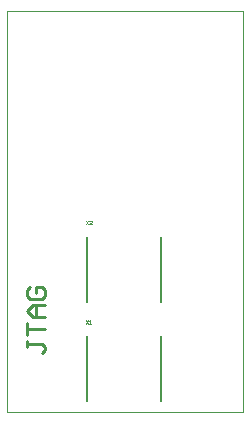
<source format=gto>
G04*
G04 #@! TF.GenerationSoftware,Altium Limited,Altium Designer,22.2.1 (43)*
G04*
G04 Layer_Color=65535*
%FSLAX42Y42*%
%MOMM*%
G71*
G04*
G04 #@! TF.SameCoordinates,DB8E118B-81D3-46FB-BB3D-5E7861096478*
G04*
G04*
G04 #@! TF.FilePolarity,Positive*
G04*
G01*
G75*
%ADD10C,0.20*%
%ADD11C,0.25*%
%ADD12C,0.05*%
%ADD13C,0.10*%
D10*
X1312Y935D02*
Y1485D01*
X678Y935D02*
Y1485D01*
X1312Y95D02*
Y645D01*
X678Y95D02*
Y645D01*
D11*
X172Y607D02*
Y556D01*
Y582D01*
X299D01*
X325Y556D01*
Y531D01*
X299Y505D01*
X172Y658D02*
Y759D01*
Y709D01*
X325D01*
Y810D02*
X223D01*
X172Y861D01*
X223Y912D01*
X325D01*
X248D01*
Y810D01*
X198Y1064D02*
X172Y1039D01*
Y988D01*
X198Y962D01*
X299D01*
X325Y988D01*
Y1039D01*
X299Y1064D01*
X248D01*
Y1013D01*
D12*
X671Y1621D02*
X691Y1591D01*
Y1621D02*
X671Y1591D01*
X721D02*
X701D01*
X721Y1611D01*
Y1616D01*
X716Y1621D01*
X706D01*
X701Y1616D01*
X671Y781D02*
X691Y751D01*
Y781D02*
X671Y751D01*
X701D02*
X711D01*
X706D01*
Y781D01*
X701Y776D01*
D13*
X0Y0D02*
Y3400D01*
X2000D01*
Y0D02*
Y3400D01*
X0Y0D02*
X2000D01*
M02*

</source>
